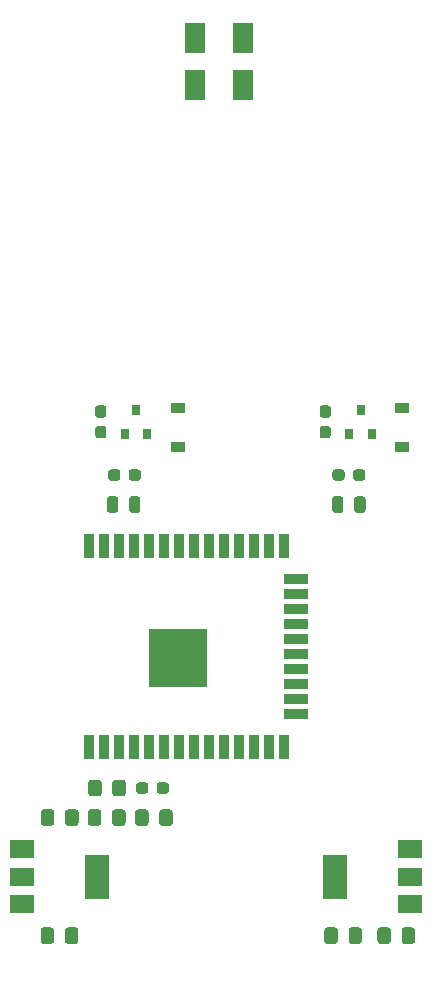
<source format=gbr>
%TF.GenerationSoftware,KiCad,Pcbnew,(5.1.6)-1*%
%TF.CreationDate,2020-08-04T14:24:57+05:30*%
%TF.ProjectId,ESP32-BLE-Relay-Control-Board,45535033-322d-4424-9c45-2d52656c6179,rev?*%
%TF.SameCoordinates,Original*%
%TF.FileFunction,Paste,Top*%
%TF.FilePolarity,Positive*%
%FSLAX46Y46*%
G04 Gerber Fmt 4.6, Leading zero omitted, Abs format (unit mm)*
G04 Created by KiCad (PCBNEW (5.1.6)-1) date 2020-08-04 14:24:57*
%MOMM*%
%LPD*%
G01*
G04 APERTURE LIST*
%ADD10R,2.000000X1.500000*%
%ADD11R,2.000000X3.800000*%
%ADD12R,1.800000X2.500000*%
%ADD13R,0.900000X2.000000*%
%ADD14R,2.000000X0.900000*%
%ADD15R,5.000000X5.000000*%
%ADD16R,1.200000X0.900000*%
%ADD17R,0.800000X0.900000*%
G04 APERTURE END LIST*
D10*
%TO.C,U5*%
X134650000Y-145300000D03*
X134650000Y-140700000D03*
X134650000Y-143000000D03*
D11*
X128350000Y-143000000D03*
%TD*%
%TO.C,R5*%
G36*
G01*
X108737500Y-104150000D02*
X108262500Y-104150000D01*
G75*
G02*
X108025000Y-103912500I0J237500D01*
G01*
X108025000Y-103337500D01*
G75*
G02*
X108262500Y-103100000I237500J0D01*
G01*
X108737500Y-103100000D01*
G75*
G02*
X108975000Y-103337500I0J-237500D01*
G01*
X108975000Y-103912500D01*
G75*
G02*
X108737500Y-104150000I-237500J0D01*
G01*
G37*
G36*
G01*
X108737500Y-105900000D02*
X108262500Y-105900000D01*
G75*
G02*
X108025000Y-105662500I0J237500D01*
G01*
X108025000Y-105087500D01*
G75*
G02*
X108262500Y-104850000I237500J0D01*
G01*
X108737500Y-104850000D01*
G75*
G02*
X108975000Y-105087500I0J-237500D01*
G01*
X108975000Y-105662500D01*
G75*
G02*
X108737500Y-105900000I-237500J0D01*
G01*
G37*
%TD*%
%TO.C,R4*%
G36*
G01*
X127737500Y-104150000D02*
X127262500Y-104150000D01*
G75*
G02*
X127025000Y-103912500I0J237500D01*
G01*
X127025000Y-103337500D01*
G75*
G02*
X127262500Y-103100000I237500J0D01*
G01*
X127737500Y-103100000D01*
G75*
G02*
X127975000Y-103337500I0J-237500D01*
G01*
X127975000Y-103912500D01*
G75*
G02*
X127737500Y-104150000I-237500J0D01*
G01*
G37*
G36*
G01*
X127737500Y-105900000D02*
X127262500Y-105900000D01*
G75*
G02*
X127025000Y-105662500I0J237500D01*
G01*
X127025000Y-105087500D01*
G75*
G02*
X127262500Y-104850000I237500J0D01*
G01*
X127737500Y-104850000D01*
G75*
G02*
X127975000Y-105087500I0J-237500D01*
G01*
X127975000Y-105662500D01*
G75*
G02*
X127737500Y-105900000I-237500J0D01*
G01*
G37*
%TD*%
%TO.C,C8*%
G36*
G01*
X129475000Y-148450001D02*
X129475000Y-147549999D01*
G75*
G02*
X129724999Y-147300000I249999J0D01*
G01*
X130375001Y-147300000D01*
G75*
G02*
X130625000Y-147549999I0J-249999D01*
G01*
X130625000Y-148450001D01*
G75*
G02*
X130375001Y-148700000I-249999J0D01*
G01*
X129724999Y-148700000D01*
G75*
G02*
X129475000Y-148450001I0J249999D01*
G01*
G37*
G36*
G01*
X127425000Y-148450001D02*
X127425000Y-147549999D01*
G75*
G02*
X127674999Y-147300000I249999J0D01*
G01*
X128325001Y-147300000D01*
G75*
G02*
X128575000Y-147549999I0J-249999D01*
G01*
X128575000Y-148450001D01*
G75*
G02*
X128325001Y-148700000I-249999J0D01*
G01*
X127674999Y-148700000D01*
G75*
G02*
X127425000Y-148450001I0J249999D01*
G01*
G37*
%TD*%
%TO.C,C7*%
G36*
G01*
X133975000Y-148450001D02*
X133975000Y-147549999D01*
G75*
G02*
X134224999Y-147300000I249999J0D01*
G01*
X134875001Y-147300000D01*
G75*
G02*
X135125000Y-147549999I0J-249999D01*
G01*
X135125000Y-148450001D01*
G75*
G02*
X134875001Y-148700000I-249999J0D01*
G01*
X134224999Y-148700000D01*
G75*
G02*
X133975000Y-148450001I0J249999D01*
G01*
G37*
G36*
G01*
X131925000Y-148450001D02*
X131925000Y-147549999D01*
G75*
G02*
X132174999Y-147300000I249999J0D01*
G01*
X132825001Y-147300000D01*
G75*
G02*
X133075000Y-147549999I0J-249999D01*
G01*
X133075000Y-148450001D01*
G75*
G02*
X132825001Y-148700000I-249999J0D01*
G01*
X132174999Y-148700000D01*
G75*
G02*
X131925000Y-148450001I0J249999D01*
G01*
G37*
%TD*%
D12*
%TO.C,D6*%
X116500000Y-76000000D03*
X116500000Y-72000000D03*
%TD*%
%TO.C,D5*%
X120500000Y-76000000D03*
X120500000Y-72000000D03*
%TD*%
D10*
%TO.C,U4*%
X101850000Y-140700000D03*
X101850000Y-145300000D03*
X101850000Y-143000000D03*
D11*
X108150000Y-143000000D03*
%TD*%
%TO.C,C5*%
G36*
G01*
X105475000Y-138450001D02*
X105475000Y-137549999D01*
G75*
G02*
X105724999Y-137300000I249999J0D01*
G01*
X106375001Y-137300000D01*
G75*
G02*
X106625000Y-137549999I0J-249999D01*
G01*
X106625000Y-138450001D01*
G75*
G02*
X106375001Y-138700000I-249999J0D01*
G01*
X105724999Y-138700000D01*
G75*
G02*
X105475000Y-138450001I0J249999D01*
G01*
G37*
G36*
G01*
X103425000Y-138450001D02*
X103425000Y-137549999D01*
G75*
G02*
X103674999Y-137300000I249999J0D01*
G01*
X104325001Y-137300000D01*
G75*
G02*
X104575000Y-137549999I0J-249999D01*
G01*
X104575000Y-138450001D01*
G75*
G02*
X104325001Y-138700000I-249999J0D01*
G01*
X103674999Y-138700000D01*
G75*
G02*
X103425000Y-138450001I0J249999D01*
G01*
G37*
%TD*%
%TO.C,C4*%
G36*
G01*
X105450000Y-148450001D02*
X105450000Y-147549999D01*
G75*
G02*
X105699999Y-147300000I249999J0D01*
G01*
X106350001Y-147300000D01*
G75*
G02*
X106600000Y-147549999I0J-249999D01*
G01*
X106600000Y-148450001D01*
G75*
G02*
X106350001Y-148700000I-249999J0D01*
G01*
X105699999Y-148700000D01*
G75*
G02*
X105450000Y-148450001I0J249999D01*
G01*
G37*
G36*
G01*
X103400000Y-148450001D02*
X103400000Y-147549999D01*
G75*
G02*
X103649999Y-147300000I249999J0D01*
G01*
X104300001Y-147300000D01*
G75*
G02*
X104550000Y-147549999I0J-249999D01*
G01*
X104550000Y-148450001D01*
G75*
G02*
X104300001Y-148700000I-249999J0D01*
G01*
X103649999Y-148700000D01*
G75*
G02*
X103400000Y-148450001I0J249999D01*
G01*
G37*
%TD*%
D13*
%TO.C,U1*%
X107500000Y-115000000D03*
X108770000Y-115000000D03*
X110040000Y-115000000D03*
X111310000Y-115000000D03*
X112580000Y-115000000D03*
X113850000Y-115000000D03*
X115120000Y-115000000D03*
X116390000Y-115000000D03*
X117660000Y-115000000D03*
X118930000Y-115000000D03*
X120200000Y-115000000D03*
X121470000Y-115000000D03*
X122740000Y-115000000D03*
X124010000Y-115000000D03*
D14*
X125010000Y-117785000D03*
X125010000Y-119055000D03*
X125010000Y-120325000D03*
X125010000Y-121595000D03*
X125010000Y-122865000D03*
X125010000Y-124135000D03*
X125010000Y-125405000D03*
X125010000Y-126675000D03*
X125010000Y-127945000D03*
X125010000Y-129215000D03*
D13*
X124010000Y-132000000D03*
X122740000Y-132000000D03*
X121470000Y-132000000D03*
X120200000Y-132000000D03*
X118930000Y-132000000D03*
X117660000Y-132000000D03*
X116390000Y-132000000D03*
X115120000Y-132000000D03*
X113850000Y-132000000D03*
X112580000Y-132000000D03*
X111310000Y-132000000D03*
X110040000Y-132000000D03*
X108770000Y-132000000D03*
X107500000Y-132000000D03*
D15*
X115000000Y-124500000D03*
%TD*%
D16*
%TO.C,D3*%
X115000000Y-103350000D03*
X115000000Y-106650000D03*
%TD*%
%TO.C,D1*%
X134000000Y-103350000D03*
X134000000Y-106650000D03*
%TD*%
%TO.C,R3*%
G36*
G01*
X129850000Y-109237500D02*
X129850000Y-108762500D01*
G75*
G02*
X130087500Y-108525000I237500J0D01*
G01*
X130662500Y-108525000D01*
G75*
G02*
X130900000Y-108762500I0J-237500D01*
G01*
X130900000Y-109237500D01*
G75*
G02*
X130662500Y-109475000I-237500J0D01*
G01*
X130087500Y-109475000D01*
G75*
G02*
X129850000Y-109237500I0J237500D01*
G01*
G37*
G36*
G01*
X128100000Y-109237500D02*
X128100000Y-108762500D01*
G75*
G02*
X128337500Y-108525000I237500J0D01*
G01*
X128912500Y-108525000D01*
G75*
G02*
X129150000Y-108762500I0J-237500D01*
G01*
X129150000Y-109237500D01*
G75*
G02*
X128912500Y-109475000I-237500J0D01*
G01*
X128337500Y-109475000D01*
G75*
G02*
X128100000Y-109237500I0J237500D01*
G01*
G37*
%TD*%
D17*
%TO.C,Q2*%
X130500000Y-103500000D03*
X131450000Y-105500000D03*
X129550000Y-105500000D03*
%TD*%
%TO.C,D4*%
G36*
G01*
X129050000Y-111043750D02*
X129050000Y-111956250D01*
G75*
G02*
X128806250Y-112200000I-243750J0D01*
G01*
X128318750Y-112200000D01*
G75*
G02*
X128075000Y-111956250I0J243750D01*
G01*
X128075000Y-111043750D01*
G75*
G02*
X128318750Y-110800000I243750J0D01*
G01*
X128806250Y-110800000D01*
G75*
G02*
X129050000Y-111043750I0J-243750D01*
G01*
G37*
G36*
G01*
X130925000Y-111043750D02*
X130925000Y-111956250D01*
G75*
G02*
X130681250Y-112200000I-243750J0D01*
G01*
X130193750Y-112200000D01*
G75*
G02*
X129950000Y-111956250I0J243750D01*
G01*
X129950000Y-111043750D01*
G75*
G02*
X130193750Y-110800000I243750J0D01*
G01*
X130681250Y-110800000D01*
G75*
G02*
X130925000Y-111043750I0J-243750D01*
G01*
G37*
%TD*%
%TO.C,C3*%
G36*
G01*
X112550000Y-137549999D02*
X112550000Y-138450001D01*
G75*
G02*
X112300001Y-138700000I-249999J0D01*
G01*
X111649999Y-138700000D01*
G75*
G02*
X111400000Y-138450001I0J249999D01*
G01*
X111400000Y-137549999D01*
G75*
G02*
X111649999Y-137300000I249999J0D01*
G01*
X112300001Y-137300000D01*
G75*
G02*
X112550000Y-137549999I0J-249999D01*
G01*
G37*
G36*
G01*
X114600000Y-137549999D02*
X114600000Y-138450001D01*
G75*
G02*
X114350001Y-138700000I-249999J0D01*
G01*
X113699999Y-138700000D01*
G75*
G02*
X113450000Y-138450001I0J249999D01*
G01*
X113450000Y-137549999D01*
G75*
G02*
X113699999Y-137300000I249999J0D01*
G01*
X114350001Y-137300000D01*
G75*
G02*
X114600000Y-137549999I0J-249999D01*
G01*
G37*
%TD*%
%TO.C,C2*%
G36*
G01*
X108575000Y-135049999D02*
X108575000Y-135950001D01*
G75*
G02*
X108325001Y-136200000I-249999J0D01*
G01*
X107674999Y-136200000D01*
G75*
G02*
X107425000Y-135950001I0J249999D01*
G01*
X107425000Y-135049999D01*
G75*
G02*
X107674999Y-134800000I249999J0D01*
G01*
X108325001Y-134800000D01*
G75*
G02*
X108575000Y-135049999I0J-249999D01*
G01*
G37*
G36*
G01*
X110625000Y-135049999D02*
X110625000Y-135950001D01*
G75*
G02*
X110375001Y-136200000I-249999J0D01*
G01*
X109724999Y-136200000D01*
G75*
G02*
X109475000Y-135950001I0J249999D01*
G01*
X109475000Y-135049999D01*
G75*
G02*
X109724999Y-134800000I249999J0D01*
G01*
X110375001Y-134800000D01*
G75*
G02*
X110625000Y-135049999I0J-249999D01*
G01*
G37*
%TD*%
%TO.C,C1*%
G36*
G01*
X108550000Y-137549999D02*
X108550000Y-138450001D01*
G75*
G02*
X108300001Y-138700000I-249999J0D01*
G01*
X107649999Y-138700000D01*
G75*
G02*
X107400000Y-138450001I0J249999D01*
G01*
X107400000Y-137549999D01*
G75*
G02*
X107649999Y-137300000I249999J0D01*
G01*
X108300001Y-137300000D01*
G75*
G02*
X108550000Y-137549999I0J-249999D01*
G01*
G37*
G36*
G01*
X110600000Y-137549999D02*
X110600000Y-138450001D01*
G75*
G02*
X110350001Y-138700000I-249999J0D01*
G01*
X109699999Y-138700000D01*
G75*
G02*
X109450000Y-138450001I0J249999D01*
G01*
X109450000Y-137549999D01*
G75*
G02*
X109699999Y-137300000I249999J0D01*
G01*
X110350001Y-137300000D01*
G75*
G02*
X110600000Y-137549999I0J-249999D01*
G01*
G37*
%TD*%
%TO.C,R2*%
G36*
G01*
X112525000Y-135262500D02*
X112525000Y-135737500D01*
G75*
G02*
X112287500Y-135975000I-237500J0D01*
G01*
X111712500Y-135975000D01*
G75*
G02*
X111475000Y-135737500I0J237500D01*
G01*
X111475000Y-135262500D01*
G75*
G02*
X111712500Y-135025000I237500J0D01*
G01*
X112287500Y-135025000D01*
G75*
G02*
X112525000Y-135262500I0J-237500D01*
G01*
G37*
G36*
G01*
X114275000Y-135262500D02*
X114275000Y-135737500D01*
G75*
G02*
X114037500Y-135975000I-237500J0D01*
G01*
X113462500Y-135975000D01*
G75*
G02*
X113225000Y-135737500I0J237500D01*
G01*
X113225000Y-135262500D01*
G75*
G02*
X113462500Y-135025000I237500J0D01*
G01*
X114037500Y-135025000D01*
G75*
G02*
X114275000Y-135262500I0J-237500D01*
G01*
G37*
%TD*%
%TO.C,R1*%
G36*
G01*
X110850000Y-109237500D02*
X110850000Y-108762500D01*
G75*
G02*
X111087500Y-108525000I237500J0D01*
G01*
X111662500Y-108525000D01*
G75*
G02*
X111900000Y-108762500I0J-237500D01*
G01*
X111900000Y-109237500D01*
G75*
G02*
X111662500Y-109475000I-237500J0D01*
G01*
X111087500Y-109475000D01*
G75*
G02*
X110850000Y-109237500I0J237500D01*
G01*
G37*
G36*
G01*
X109100000Y-109237500D02*
X109100000Y-108762500D01*
G75*
G02*
X109337500Y-108525000I237500J0D01*
G01*
X109912500Y-108525000D01*
G75*
G02*
X110150000Y-108762500I0J-237500D01*
G01*
X110150000Y-109237500D01*
G75*
G02*
X109912500Y-109475000I-237500J0D01*
G01*
X109337500Y-109475000D01*
G75*
G02*
X109100000Y-109237500I0J237500D01*
G01*
G37*
%TD*%
%TO.C,Q1*%
X111500000Y-103500000D03*
X112450000Y-105500000D03*
X110550000Y-105500000D03*
%TD*%
%TO.C,D2*%
G36*
G01*
X109987500Y-111043750D02*
X109987500Y-111956250D01*
G75*
G02*
X109743750Y-112200000I-243750J0D01*
G01*
X109256250Y-112200000D01*
G75*
G02*
X109012500Y-111956250I0J243750D01*
G01*
X109012500Y-111043750D01*
G75*
G02*
X109256250Y-110800000I243750J0D01*
G01*
X109743750Y-110800000D01*
G75*
G02*
X109987500Y-111043750I0J-243750D01*
G01*
G37*
G36*
G01*
X111862500Y-111043750D02*
X111862500Y-111956250D01*
G75*
G02*
X111618750Y-112200000I-243750J0D01*
G01*
X111131250Y-112200000D01*
G75*
G02*
X110887500Y-111956250I0J243750D01*
G01*
X110887500Y-111043750D01*
G75*
G02*
X111131250Y-110800000I243750J0D01*
G01*
X111618750Y-110800000D01*
G75*
G02*
X111862500Y-111043750I0J-243750D01*
G01*
G37*
%TD*%
M02*

</source>
